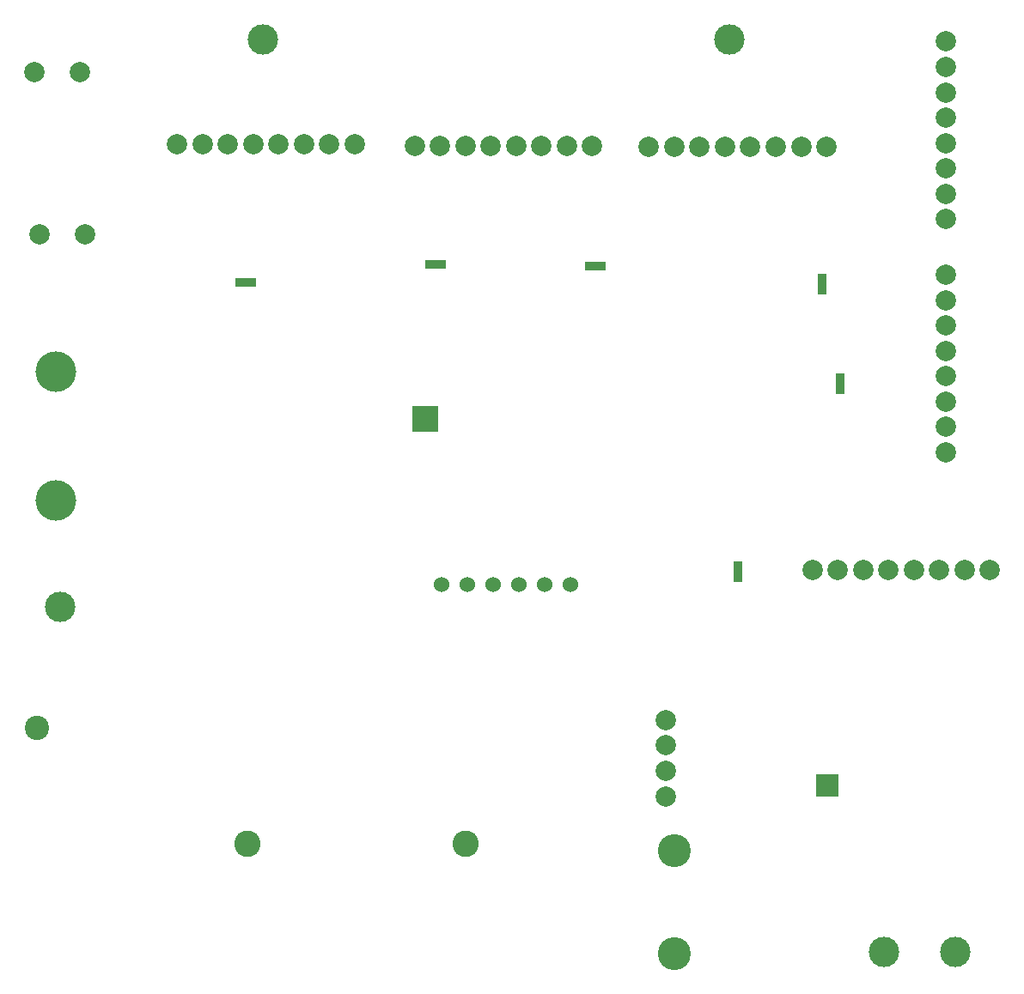
<source format=gbs>
G04 (created by PCBNEW (2013-08-24 BZR 4298)-stable) date Sat 23 Aug 2014 11:13:58 AM PDT*
%MOIN*%
G04 Gerber Fmt 3.4, Leading zero omitted, Abs format*
%FSLAX34Y34*%
G01*
G70*
G90*
G04 APERTURE LIST*
%ADD10C,0.005906*%
%ADD11C,0.078700*%
%ADD12R,0.098400X0.098400*%
%ADD13C,0.118110*%
%ADD14C,0.078740*%
%ADD15C,0.060000*%
%ADD16C,0.011811*%
%ADD17R,0.078740X0.035433*%
%ADD18R,0.035433X0.078740*%
%ADD19C,0.157480*%
%ADD20C,0.094488*%
%ADD21C,0.127953*%
%ADD22R,0.090551X0.090551*%
%ADD23C,0.102362*%
G04 APERTURE END LIST*
G54D10*
G54D11*
X36811Y-28070D03*
X35039Y-28070D03*
G54D12*
X50003Y-35208D03*
G54D13*
X61811Y-20472D03*
X43700Y-20472D03*
X35826Y-42519D03*
G54D14*
X44311Y-24566D03*
X45295Y-24566D03*
X41358Y-24566D03*
X40374Y-24566D03*
X42342Y-24566D03*
X43326Y-24566D03*
X47263Y-24566D03*
X46279Y-24566D03*
X67972Y-41102D03*
X66988Y-41102D03*
X70925Y-41102D03*
X71909Y-41102D03*
X69940Y-41102D03*
X68956Y-41102D03*
X65019Y-41102D03*
X66003Y-41102D03*
X70196Y-33562D03*
X70196Y-34547D03*
X70196Y-30610D03*
X70196Y-29625D03*
X70196Y-31594D03*
X70196Y-32578D03*
X70196Y-36515D03*
X70196Y-35531D03*
X70196Y-24507D03*
X70196Y-25492D03*
X70196Y-21555D03*
X70196Y-20570D03*
X70196Y-22539D03*
X70196Y-23523D03*
X70196Y-27460D03*
X70196Y-26476D03*
X53523Y-24606D03*
X54507Y-24606D03*
X50570Y-24606D03*
X49586Y-24606D03*
X51555Y-24606D03*
X52539Y-24606D03*
X56476Y-24606D03*
X55492Y-24606D03*
X62618Y-24645D03*
X63602Y-24645D03*
X59665Y-24645D03*
X58681Y-24645D03*
X60649Y-24645D03*
X61633Y-24645D03*
X65570Y-24645D03*
X64586Y-24645D03*
G54D11*
X36614Y-21771D03*
X34842Y-21771D03*
G54D15*
X54641Y-41657D03*
X55641Y-41659D03*
X50649Y-41657D03*
X51649Y-41659D03*
X53645Y-41659D03*
X52645Y-41657D03*
G54D16*
X43031Y-29921D03*
G54D17*
X43031Y-29921D03*
G54D16*
X42755Y-29921D03*
X43307Y-29921D03*
X56594Y-29291D03*
G54D17*
X56594Y-29291D03*
G54D16*
X56318Y-29291D03*
X56870Y-29291D03*
X66102Y-33858D03*
G54D18*
X66102Y-33858D03*
G54D16*
X66102Y-33582D03*
X66102Y-34133D03*
X65413Y-29980D03*
G54D18*
X65413Y-29980D03*
G54D16*
X65413Y-29704D03*
X65413Y-30255D03*
X62129Y-41169D03*
G54D18*
X62129Y-41169D03*
G54D16*
X62129Y-40893D03*
X62129Y-41444D03*
X50393Y-29212D03*
G54D17*
X50393Y-29212D03*
G54D16*
X50118Y-29212D03*
X50669Y-29212D03*
G54D19*
X35681Y-38389D03*
X35681Y-33389D03*
G54D20*
X34931Y-47214D03*
G54D13*
X70561Y-55915D03*
X67805Y-55915D03*
G54D21*
X59685Y-55996D03*
X59685Y-51996D03*
G54D22*
X65590Y-49468D03*
G54D14*
X59340Y-47903D03*
X59340Y-46919D03*
X59340Y-49872D03*
X59340Y-48887D03*
G54D23*
X51555Y-51732D03*
X43090Y-51732D03*
M02*

</source>
